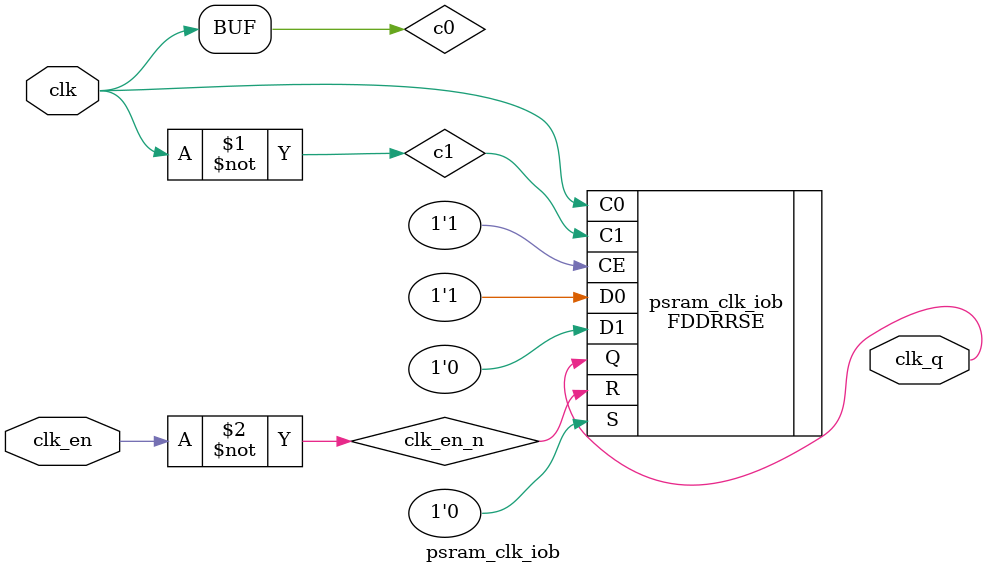
<source format=v>
`timescale 1ns/1ps

module psram_clk_iob
(
    input              clk,
    input              clk_en,
    output             clk_q
);

//attribute iob                 : string;
//attribute iob of psram_clk_iob : label is "true";

wire c0, c1, clk_en_n;
assign c0 = clk;
assign c1 = ~clk;
assign clk_en_n = ~clk_en;

(* iob = "true" *) FDDRRSE psram_clk_iob(
    .Q(clk_q),
    .C0(c0),
    .C1(c1),
    .CE(1'b1),
    .D0(1'b1),
    .D1(1'b0),
    .R(clk_en_n),
    .S(1'b0)
);

endmodule

</source>
